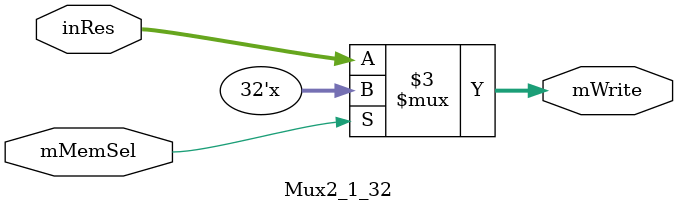
<source format=v>
module Mux2_1_32(
	input [31:0]inRes,
	input mMemSel,
	output reg [31:0]mWrite
);

//2 - Declaracion de cables y registros

//3 - Cuerpo del modulo

//Bloques secuenciales
always @*
begin
	case(mMemSel)
	1'b0:
		begin
			mWrite = inRes;
		end
	default:
		begin
			mWrite = 32'bz;
		end
	endcase
end

endmodule

</source>
